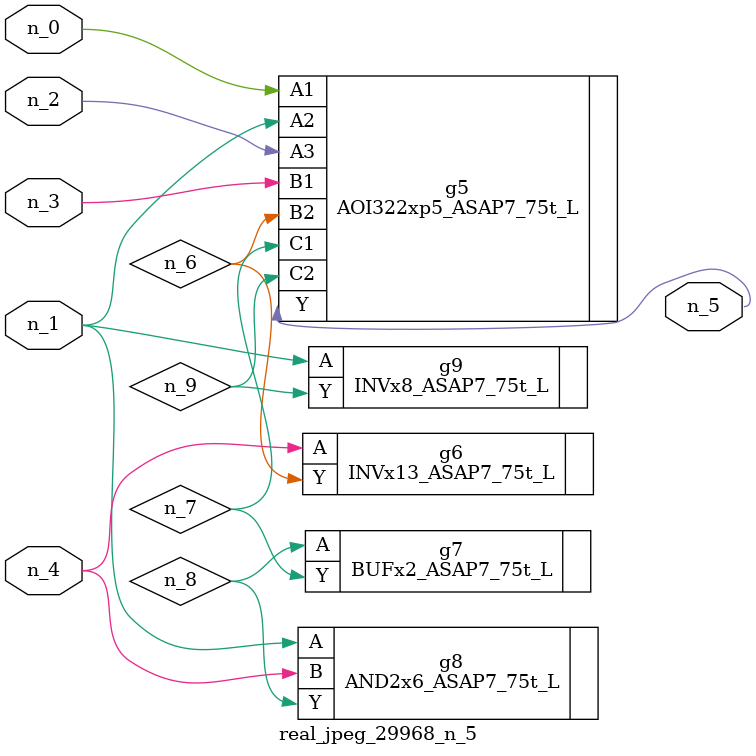
<source format=v>
module real_jpeg_29968_n_5 (n_4, n_0, n_1, n_2, n_3, n_5);

input n_4;
input n_0;
input n_1;
input n_2;
input n_3;

output n_5;

wire n_8;
wire n_6;
wire n_7;
wire n_9;

AOI322xp5_ASAP7_75t_L g5 ( 
.A1(n_0),
.A2(n_1),
.A3(n_2),
.B1(n_3),
.B2(n_6),
.C1(n_7),
.C2(n_9),
.Y(n_5)
);

AND2x6_ASAP7_75t_L g8 ( 
.A(n_1),
.B(n_4),
.Y(n_8)
);

INVx8_ASAP7_75t_L g9 ( 
.A(n_1),
.Y(n_9)
);

INVx13_ASAP7_75t_L g6 ( 
.A(n_4),
.Y(n_6)
);

BUFx2_ASAP7_75t_L g7 ( 
.A(n_8),
.Y(n_7)
);


endmodule
</source>
